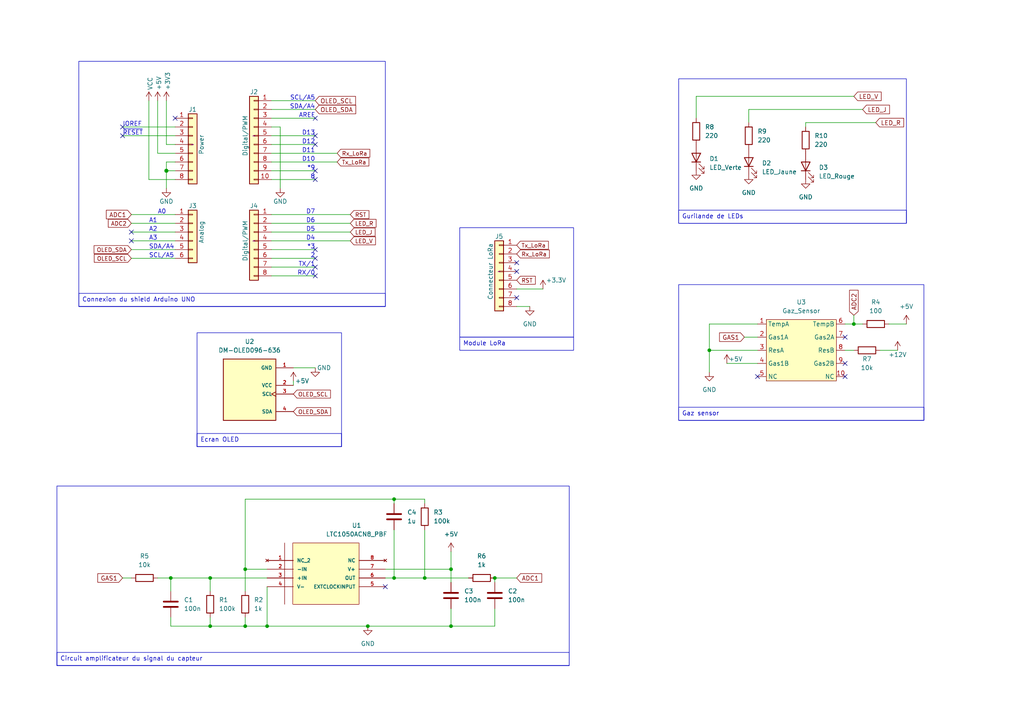
<source format=kicad_sch>
(kicad_sch (version 20230121) (generator eeschema)
  (paper "A4")
  (title_block (date "mar. 31 mars 2015"))
  (lib_symbols
    (symbol "Conn_01x08_1" (pin_names (offset 1.016) hide)
      (property "Reference" "J1" (at 0 10.16 0))
      (property "Value" "Power" (at 2.54 0 90))
      (property "Datasheet" "~" (at 0 0 0))
      (symbol "Conn_01x08_1_1_1"
        (rectangle (start -1.27 -10.033) (end 0 -10.287) (stroke (width 0.1524)))
        (rectangle (start -1.27 -7.493) (end 0 -7.747) (stroke (width 0.1524)))
        (rectangle (start -1.27 -4.953) (end 0 -5.207) (stroke (width 0.1524)))
        (rectangle (start -1.27 -2.413) (end 0 -2.667) (stroke (width 0.1524)))
        (rectangle (start -1.27 0.127) (end 0 -0.127) (stroke (width 0.1524)))
        (rectangle (start -1.27 2.667) (end 0 2.413) (stroke (width 0.1524)))
        (rectangle (start -1.27 5.207) (end 0 4.953) (stroke (width 0.1524)))
        (rectangle (start -1.27 7.747) (end 0 7.493) (stroke (width 0.1524)))
        (rectangle (start -1.27 8.89) (end 1.27 -11.43) (stroke (width 0.254)) (fill (type background)))
        (pin passive line (at -5.08 7.62 0) (length 3.81) (name "Pin_1") (number "1"))
        (pin passive line (at -5.08 5.08 0) (length 3.81) (name "Pin_2") (number "2"))
        (pin passive line (at -5.08 2.54 0) (length 3.81) (name "Pin_3") (number "3"))
        (pin power_out line (at -5.08 0 0) (length 3.81) (name "Pin_4") (number "4"))
        (pin power_out line (at -5.08 -2.54 0) (length 3.81) (name "Pin_5") (number "5"))
        (pin passive line (at -5.08 -5.08 0) (length 3.81) (name "Pin_6") (number "6"))
        (pin passive line (at -5.08 -7.62 0) (length 3.81) (name "Pin_7") (number "7"))
        (pin power_out line (at -5.08 -10.16 0) (length 3.81) (name "Pin_8") (number "8"))
      )
    )
    (symbol "Conn_01x08_2" (pin_names (offset 1.016) hide)
      (property "Reference" "J5" (at 0 10.16 0))
      (property "Value" "Connecteur LoRa" (at 2.54 0 90))
      (property "Datasheet" "~" (at 0 0 0))
      (symbol "Conn_01x08_2_1_1"
        (rectangle (start -1.27 -10.033) (end 0 -10.287) (stroke (width 0.1524)))
        (rectangle (start -1.27 -7.493) (end 0 -7.747) (stroke (width 0.1524)))
        (rectangle (start -1.27 -4.953) (end 0 -5.207) (stroke (width 0.1524)))
        (rectangle (start -1.27 -2.413) (end 0 -2.667) (stroke (width 0.1524)))
        (rectangle (start -1.27 0.127) (end 0 -0.127) (stroke (width 0.1524)))
        (rectangle (start -1.27 2.667) (end 0 2.413) (stroke (width 0.1524)))
        (rectangle (start -1.27 5.207) (end 0 4.953) (stroke (width 0.1524)))
        (rectangle (start -1.27 7.747) (end 0 7.493) (stroke (width 0.1524)))
        (rectangle (start -1.27 8.89) (end 1.27 -11.43) (stroke (width 0.254)) (fill (type background)))
        (pin passive line (at -5.08 7.62 0) (length 3.81) (name "Pin_1") (number "1"))
        (pin passive line (at -5.08 5.08 0) (length 3.81) (name "Pin_2") (number "2"))
        (pin passive line (at -5.08 2.54 0) (length 3.81) (name "Pin_3") (number "3"))
        (pin passive line (at -5.08 0 0) (length 3.81) (name "Pin_4") (number "4"))
        (pin passive line (at -5.08 -2.54 0) (length 3.81) (name "Pin_5") (number "5"))
        (pin power_out line (at -5.08 -5.08 0) (length 3.81) (name "Pin_6") (number "6"))
        (pin passive line (at -5.08 -7.62 0) (length 3.81) (name "Pin_7") (number "7"))
        (pin passive line (at -5.08 -10.16 0) (length 3.81) (name "Pin_8") (number "8"))
      )
    )
    (symbol "Connector_Generic:Conn_01x06" (pin_names (offset 1.016) hide)
      (property "Reference" "J" (at 0 7.62 0))
      (property "Value" "Conn_01x06" (at 0 -10.16 0))
      (symbol "Conn_01x06_1_1"
        (rectangle (start -1.27 -7.493) (end 0 -7.747) (stroke (width 0.1524)))
        (rectangle (start -1.27 -4.953) (end 0 -5.207) (stroke (width 0.1524)))
        (rectangle (start -1.27 -2.413) (end 0 -2.667) (stroke (width 0.1524)))
        (rectangle (start -1.27 0.127) (end 0 -0.127) (stroke (width 0.1524)))
        (rectangle (start -1.27 2.667) (end 0 2.413) (stroke (width 0.1524)))
        (rectangle (start -1.27 5.207) (end 0 4.953) (stroke (width 0.1524)))
        (rectangle (start -1.27 6.35) (end 1.27 -8.89) (stroke (width 0.254)) (fill (type background)))
        (pin passive line (at -5.08 5.08 0) (length 3.81) (name "Pin_1") (number "1"))
        (pin passive line (at -5.08 2.54 0) (length 3.81) (name "Pin_2") (number "2"))
        (pin passive line (at -5.08 0 0) (length 3.81) (name "Pin_3") (number "3"))
        (pin passive line (at -5.08 -2.54 0) (length 3.81) (name "Pin_4") (number "4"))
        (pin passive line (at -5.08 -5.08 0) (length 3.81) (name "Pin_5") (number "5"))
        (pin passive line (at -5.08 -7.62 0) (length 3.81) (name "Pin_6") (number "6"))
      )
    )
    (symbol "Connector_Generic:Conn_01x08" (pin_names (offset 1.016) hide)
      (property "Reference" "J" (at 0 10.16 0))
      (property "Value" "Conn_01x08" (at 0 -12.7 0))
      (symbol "Conn_01x08_1_1"
        (rectangle (start -1.27 -10.033) (end 0 -10.287) (stroke (width 0.1524)))
        (rectangle (start -1.27 -7.493) (end 0 -7.747) (stroke (width 0.1524)))
        (rectangle (start -1.27 -4.953) (end 0 -5.207) (stroke (width 0.1524)))
        (rectangle (start -1.27 -2.413) (end 0 -2.667) (stroke (width 0.1524)))
        (rectangle (start -1.27 0.127) (end 0 -0.127) (stroke (width 0.1524)))
        (rectangle (start -1.27 2.667) (end 0 2.413) (stroke (width 0.1524)))
        (rectangle (start -1.27 5.207) (end 0 4.953) (stroke (width 0.1524)))
        (rectangle (start -1.27 7.747) (end 0 7.493) (stroke (width 0.1524)))
        (rectangle (start -1.27 8.89) (end 1.27 -11.43) (stroke (width 0.254)) (fill (type background)))
        (pin passive line (at -5.08 7.62 0) (length 3.81) (name "Pin_1") (number "1"))
        (pin passive line (at -5.08 5.08 0) (length 3.81) (name "Pin_2") (number "2"))
        (pin passive line (at -5.08 2.54 0) (length 3.81) (name "Pin_3") (number "3"))
        (pin passive line (at -5.08 0 0) (length 3.81) (name "Pin_4") (number "4"))
        (pin passive line (at -5.08 -2.54 0) (length 3.81) (name "Pin_5") (number "5"))
        (pin passive line (at -5.08 -5.08 0) (length 3.81) (name "Pin_6") (number "6"))
        (pin passive line (at -5.08 -7.62 0) (length 3.81) (name "Pin_7") (number "7"))
        (pin passive line (at -5.08 -10.16 0) (length 3.81) (name "Pin_8") (number "8"))
      )
    )
    (symbol "Connector_Generic:Conn_01x10" (pin_names (offset 1.016) hide)
      (property "Reference" "J" (at 0 12.7 0))
      (property "Value" "Conn_01x10" (at 0 -15.24 0))
      (symbol "Conn_01x10_1_1"
        (rectangle (start -1.27 -12.573) (end 0 -12.827) (stroke (width 0.1524)))
        (rectangle (start -1.27 -10.033) (end 0 -10.287) (stroke (width 0.1524)))
        (rectangle (start -1.27 -7.493) (end 0 -7.747) (stroke (width 0.1524)))
        (rectangle (start -1.27 -4.953) (end 0 -5.207) (stroke (width 0.1524)))
        (rectangle (start -1.27 -2.413) (end 0 -2.667) (stroke (width 0.1524)))
        (rectangle (start -1.27 0.127) (end 0 -0.127) (stroke (width 0.1524)))
        (rectangle (start -1.27 2.667) (end 0 2.413) (stroke (width 0.1524)))
        (rectangle (start -1.27 5.207) (end 0 4.953) (stroke (width 0.1524)))
        (rectangle (start -1.27 7.747) (end 0 7.493) (stroke (width 0.1524)))
        (rectangle (start -1.27 10.287) (end 0 10.033) (stroke (width 0.1524)))
        (rectangle (start -1.27 11.43) (end 1.27 -13.97) (stroke (width 0.254)) (fill (type background)))
        (pin passive line (at -5.08 10.16 0) (length 3.81) (name "Pin_1") (number "1"))
        (pin passive line (at -5.08 -12.7 0) (length 3.81) (name "Pin_10") (number "10"))
        (pin passive line (at -5.08 7.62 0) (length 3.81) (name "Pin_2") (number "2"))
        (pin passive line (at -5.08 5.08 0) (length 3.81) (name "Pin_3") (number "3"))
        (pin passive line (at -5.08 2.54 0) (length 3.81) (name "Pin_4") (number "4"))
        (pin passive line (at -5.08 0 0) (length 3.81) (name "Pin_5") (number "5"))
        (pin passive line (at -5.08 -2.54 0) (length 3.81) (name "Pin_6") (number "6"))
        (pin passive line (at -5.08 -5.08 0) (length 3.81) (name "Pin_7") (number "7"))
        (pin passive line (at -5.08 -7.62 0) (length 3.81) (name "Pin_8") (number "8"))
        (pin passive line (at -5.08 -10.16 0) (length 3.81) (name "Pin_9") (number "9"))
      )
    )
    (symbol "DM-OLED096-636:DM-OLED096-636" (pin_names (offset 1.016))
      (property "Reference" "U2" (at 0 15.24 0))
      (property "Value" "DM-OLED096-636" (at 0 12.7 0))
      (symbol "DM-OLED096-636_0_0"
        (rectangle (start -7.62 -7.62) (end 7.62 10.16) (stroke (width 0.254)) (fill (type background)))
      )
      (symbol "DM-OLED096-636_1_0"
        (pin power_out line (at 12.7 7.62 180) (length 5.08) (name "GND") (number "1"))
        (pin power_in line (at 12.7 2.54 180) (length 5.08) (name "VCC") (number "2"))
        (pin input clock (at 12.7 0 180) (length 5.08) (name "SCL") (number "3"))
        (pin bidirectional line (at 12.7 -5.08 180) (length 5.08) (name "SDA") (number "4"))
      )
    )
    (symbol "Device:C" (pin_numbers hide) (pin_names (offset 0.254))
      (property "Reference" "C" (at 0.635 2.54 0))
      (property "Value" "C" (at 0.635 -2.54 0))
      (symbol "C_0_1"
        (polyline (pts (xy -2.032 -0.762) (xy 2.032 -0.762)) (stroke (width 0.508)))
        (polyline (pts (xy -2.032 0.762) (xy 2.032 0.762)) (stroke (width 0.508)))
      )
      (symbol "C_1_1"
        (pin passive line (at 0 3.81 270) (length 2.794) (name "~") (number "1"))
        (pin passive line (at 0 -3.81 90) (length 2.794) (name "~") (number "2"))
      )
    )
    (symbol "Device:LED" (pin_numbers hide) (pin_names (offset 1.016) hide)
      (property "Reference" "D" (at 0 2.54 0))
      (property "Value" "LED" (at 0 -2.54 0))
      (symbol "LED_0_1"
        (polyline (pts (xy -1.27 -1.27) (xy -1.27 1.27)) (stroke (width 0.254)))
        (polyline (pts (xy -1.27 0) (xy 1.27 0)))
        (polyline (pts (xy 1.27 -1.27) (xy 1.27 1.27) (xy -1.27 0) (xy 1.27 -1.27)) (stroke (width 0.254)))
        (polyline (pts (xy -3.048 -0.762) (xy -4.572 -2.286) (xy -3.81 -2.286) (xy -4.572 -2.286) (xy -4.572 -1.524)))
        (polyline (pts (xy -1.778 -0.762) (xy -3.302 -2.286) (xy -2.54 -2.286) (xy -3.302 -2.286) (xy -3.302 -1.524)))
      )
      (symbol "LED_1_1"
        (pin passive line (at -3.81 0 0) (length 2.54) (name "K") (number "1"))
        (pin passive line (at 3.81 0 180) (length 2.54) (name "A") (number "2"))
      )
    )
    (symbol "Device:R" (pin_numbers hide) (pin_names (offset 0))
      (property "Reference" "R" (at 2.032 0 90))
      (property "Value" "R" (at 0 0 90))
      (symbol "R_0_1"
        (rectangle (start -1.016 -2.54) (end 1.016 2.54) (stroke (width 0.254)))
      )
      (symbol "R_1_1"
        (pin passive line (at 0 3.81 270) (length 1.27) (name "~") (number "1"))
        (pin passive line (at 0 -3.81 90) (length 1.27) (name "~") (number "2"))
      )
    )
    (symbol "LTC1050ACN8_PBF:LTC1050ACN8_PBF" (pin_names (offset 1.016))
      (property "Reference" "U1" (at 29.7688 10.16 0))
      (property "Value" "LTC1050ACN8_PBF" (at 29.7688 7.62 0))
      (symbol "LTC1050ACN8_PBF_0_0"
        (polyline (pts (xy 8.89 5.08) (xy 8.89 -12.7)) (stroke (width 0.1524)))
        (rectangle (start 11.2776 5.08) (end 30.48 -12.7) (stroke (width 0.1524)) (fill (type background)))
        (pin no_connect line (at 3.81 0 0) (length 7.62) (name "NC_2") (number "1"))
        (pin input line (at 3.81 -2.54 0) (length 7.62) (name "-IN") (number "2"))
        (pin input line (at 3.81 -5.08 0) (length 7.62) (name "+IN") (number "3"))
        (pin power_in line (at 3.81 -7.62 0) (length 7.62) (name "V-") (number "4"))
        (pin input line (at 38.1 -7.62 180) (length 7.62) (name "EXTCLOCKINPUT") (number "5"))
        (pin output line (at 38.1 -5.08 180) (length 7.62) (name "OUT") (number "6"))
        (pin power_in line (at 38.1 -2.54 180) (length 7.62) (name "V+") (number "7"))
        (pin no_connect line (at 38.1 0 180) (length 7.62) (name "NC") (number "8"))
      )
    )
    (symbol "power:+12V" (power) (pin_names (offset 0))
      (property "Value" "+12V" (at 0 3.556 0))
      (symbol "+12V_0_1"
        (polyline (pts (xy -0.762 1.27) (xy 0 2.54)))
        (polyline (pts (xy 0 0) (xy 0 2.54)))
        (polyline (pts (xy 0 2.54) (xy 0.762 1.27)))
      )
      (symbol "+12V_1_1"
        (pin power_in line (at 0 0 90) (length 0) hide (name "+12V") (number "1"))
      )
    )
    (symbol "power:+3.3V" (power) (pin_names (offset 0))
      (property "Value" "+3.3V" (at 0 3.556 0))
      (symbol "+3.3V_0_1"
        (polyline (pts (xy -0.762 1.27) (xy 0 2.54)))
        (polyline (pts (xy 0 0) (xy 0 2.54)))
        (polyline (pts (xy 0 2.54) (xy 0.762 1.27)))
      )
      (symbol "+3.3V_1_1"
        (pin power_in line (at 0 0 90) (length 0) hide (name "+3.3V") (number "1"))
      )
    )
    (symbol "power:+3V3" (power) (pin_names (offset 0))
      (property "Value" "+3V3" (at 0 3.556 0))
      (symbol "+3V3_0_1"
        (polyline (pts (xy -0.762 1.27) (xy 0 2.54)))
        (polyline (pts (xy 0 0) (xy 0 2.54)))
        (polyline (pts (xy 0 2.54) (xy 0.762 1.27)))
      )
      (symbol "+3V3_1_1"
        (pin power_in line (at 0 0 90) (length 0) hide (name "+3V3") (number "1"))
      )
    )
    (symbol "power:+5V" (power) (pin_names (offset 0))
      (property "Value" "+5V" (at 0 3.556 0))
      (symbol "+5V_0_1"
        (polyline (pts (xy -0.762 1.27) (xy 0 2.54)))
        (polyline (pts (xy 0 0) (xy 0 2.54)))
        (polyline (pts (xy 0 2.54) (xy 0.762 1.27)))
      )
      (symbol "+5V_1_1"
        (pin power_in line (at 0 0 90) (length 0) hide (name "+5V") (number "1"))
      )
    )
    (symbol "power:GND" (power) (pin_names (offset 0))
      (property "Value" "GND" (at 0 -3.81 0))
      (symbol "GND_0_1"
        (polyline (pts (xy 0 0) (xy 0 -1.27) (xy 1.27 -1.27) (xy 0 -2.54) (xy -1.27 -1.27) (xy 0 -1.27)))
      )
      (symbol "GND_1_1"
        (pin power_in line (at 0 0 270) (length 0) hide (name "GND") (number "1"))
      )
    )
    (symbol "power:VCC" (power) (pin_names (offset 0))
      (property "Value" "VCC" (at 0 3.81 0))
      (symbol "VCC_0_1"
        (polyline (pts (xy -0.762 1.27) (xy 0 2.54)))
        (polyline (pts (xy 0 0) (xy 0 2.54)))
        (polyline (pts (xy 0 2.54) (xy 0.762 1.27)))
      )
      (symbol "VCC_1_1"
        (pin power_in line (at 0 0 90) (length 0) hide (name "VCC") (number "1"))
      )
    )
    (symbol "sensor_sym:Gaz_Sensor"
      (property "Reference" "U3" (at 3.81 3.81 0))
      (property "Value" "Gaz_Sensor" (at 3.81 1.27 0))
      (symbol "Gaz_Sensor_1_1"
        (rectangle (start -6.35 -1.27) (end 13.97 -19.05) (fill (type background)))
        (pin passive line (at -8.89 -2.54 0) (length 2.54) (name "TempA") (number "1"))
        (pin passive line (at 16.51 -17.78 180) (length 2.54) (name "NC") (number "10"))
        (pin passive line (at -8.89 -6.35 0) (length 2.54) (name "Gas1A") (number "2"))
        (pin passive line (at -8.89 -10.16 0) (length 2.54) (name "ResA") (number "3"))
        (pin power_in line (at -8.89 -13.97 0) (length 2.54) (name "Gas1B") (number "4"))
        (pin passive line (at -8.89 -17.78 0) (length 2.54) (name "NC") (number "5"))
        (pin passive line (at 16.51 -2.54 180) (length 2.54) (name "TempB") (number "6"))
        (pin passive line (at 16.51 -6.35 180) (length 2.54) (name "Gas2A") (number "7"))
        (pin power_out line (at 16.51 -10.16 180) (length 2.54) (name "ResB") (number "8"))
        (pin passive line (at 16.51 -13.97 180) (length 2.54) (name "Gas2B") (number "9"))
      )
    )
  )
  (junction (at 114.3 167.64))
  (junction (at 77.47 181.61))
  (junction (at 49.53 167.64))
  (junction (at 247.65 93.98))
  (junction (at 123.19 167.64))
  (junction (at 48.26 49.53) (diameter 1.016))
  (junction (at 71.12 165.1))
  (junction (at 60.96 167.64))
  (junction (at 60.96 181.61))
  (junction (at 106.68 181.61))
  (junction (at 205.74 101.6))
  (junction (at 130.81 165.1))
  (junction (at 71.12 181.61))
  (junction (at 143.51 167.64))
  (junction (at 114.3 144.78))
  (junction (at 130.81 181.61))
  (no_connect (at 91.44 34.29))
  (no_connect (at 38.1 67.31))
  (no_connect (at 149.86 86.36))
  (no_connect (at 91.44 80.01))
  (no_connect (at 35.56 36.83))
  (no_connect (at 245.11 105.41))
  (no_connect (at 219.71 109.22))
  (no_connect (at 91.44 72.39))
  (no_connect (at 91.44 49.53))
  (no_connect (at 35.56 39.37))
  (no_connect (at 149.86 78.74))
  (no_connect (at 245.11 109.22))
  (no_connect (at 149.86 76.2))
  (no_connect (at 38.1 69.85))
  (no_connect (at 245.11 97.79))
  (no_connect (at 111.76 170.18))
  (no_connect (at 91.44 52.07))
  (no_connect (at 91.44 41.91))
  (no_connect (at 91.44 39.37))
  (no_connect (at 50.8 34.29))
  (no_connect (at 91.44 74.93))
  (no_connect (at 91.44 77.47))
  (wire (pts (xy 78.74 80.01) (xy 91.44 80.01)))
  (wire (pts (xy 215.9 97.79) (xy 219.71 97.79)))
  (wire (pts (xy 78.74 46.99) (xy 97.79 46.99)))
  (wire (pts (xy 123.19 167.64) (xy 135.89 167.64)))
  (wire (pts (xy 111.76 165.1) (xy 130.81 165.1)))
  (wire (pts (xy 143.51 167.64) (xy 143.51 168.91)))
  (wire (pts (xy 78.74 29.21) (xy 91.44 29.21)))
  (wire (pts (xy 233.68 35.56) (xy 254 35.56)))
  (wire (pts (xy 71.12 179.07) (xy 71.12 181.61)))
  (wire (pts (xy 48.26 46.99) (xy 48.26 49.53)))
  (wire (pts (xy 123.19 146.05) (xy 123.19 144.78)))
  (wire (pts (xy 38.1 74.93) (xy 50.8 74.93)))
  (wire (pts (xy 255.27 101.6) (xy 260.35 101.6)))
  (wire (pts (xy 60.96 179.07) (xy 60.96 181.61)))
  (wire (pts (xy 143.51 176.53) (xy 143.51 181.61)))
  (wire (pts (xy 49.53 179.07) (xy 49.53 181.61)))
  (wire (pts (xy 233.68 36.83) (xy 233.68 35.56)))
  (wire (pts (xy 257.81 93.98) (xy 262.89 93.98)))
  (wire (pts (xy 48.26 49.53) (xy 48.26 54.61)))
  (wire (pts (xy 48.26 41.91) (xy 50.8 41.91)))
  (wire (pts (xy 45.72 44.45) (xy 50.8 44.45)))
  (wire (pts (xy 247.65 93.98) (xy 250.19 93.98)))
  (wire (pts (xy 49.53 167.64) (xy 49.53 171.45)))
  (wire (pts (xy 45.72 29.21) (xy 45.72 44.45)))
  (wire (pts (xy 143.51 167.64) (xy 149.86 167.64)))
  (wire (pts (xy 78.74 39.37) (xy 91.44 39.37)))
  (wire (pts (xy 48.26 29.21) (xy 48.26 41.91)))
  (wire (pts (xy 78.74 62.23) (xy 101.6 62.23)))
  (wire (pts (xy 77.47 181.61) (xy 106.68 181.61)))
  (wire (pts (xy 71.12 171.45) (xy 71.12 165.1)))
  (wire (pts (xy 38.1 62.23) (xy 50.8 62.23)))
  (wire (pts (xy 130.81 160.02) (xy 130.81 165.1)))
  (wire (pts (xy 78.74 41.91) (xy 91.44 41.91)))
  (wire (pts (xy 78.74 64.77) (xy 101.6 64.77)))
  (wire (pts (xy 85.09 110.49) (xy 85.09 111.76)))
  (wire (pts (xy 247.65 91.44) (xy 247.65 93.98)))
  (wire (pts (xy 219.71 93.98) (xy 205.74 93.98)))
  (wire (pts (xy 201.93 34.29) (xy 201.93 27.94)))
  (wire (pts (xy 217.17 31.75) (xy 250.19 31.75)))
  (wire (pts (xy 78.74 49.53) (xy 91.44 49.53)))
  (wire (pts (xy 143.51 181.61) (xy 130.81 181.61)))
  (wire (pts (xy 77.47 170.18) (xy 77.47 181.61)))
  (wire (pts (xy 78.74 69.85) (xy 101.6 69.85)))
  (wire (pts (xy 149.86 88.9) (xy 153.67 88.9)))
  (wire (pts (xy 111.76 167.64) (xy 114.3 167.64)))
  (wire (pts (xy 35.56 36.83) (xy 50.8 36.83)))
  (wire (pts (xy 106.68 181.61) (xy 130.81 181.61)))
  (wire (pts (xy 60.96 167.64) (xy 60.96 171.45)))
  (wire (pts (xy 71.12 181.61) (xy 77.47 181.61)))
  (wire (pts (xy 78.74 44.45) (xy 97.79 44.45)))
  (wire (pts (xy 245.11 93.98) (xy 247.65 93.98)))
  (wire (pts (xy 123.19 153.67) (xy 123.19 167.64)))
  (wire (pts (xy 81.28 36.83) (xy 81.28 54.61)))
  (wire (pts (xy 78.74 34.29) (xy 91.44 34.29)))
  (wire (pts (xy 114.3 144.78) (xy 71.12 144.78)))
  (wire (pts (xy 50.8 67.31) (xy 38.1 67.31)))
  (wire (pts (xy 35.56 39.37) (xy 50.8 39.37)))
  (wire (pts (xy 71.12 144.78) (xy 71.12 165.1)))
  (wire (pts (xy 130.81 165.1) (xy 130.81 168.91)))
  (wire (pts (xy 50.8 49.53) (xy 48.26 49.53)))
  (wire (pts (xy 71.12 165.1) (xy 77.47 165.1)))
  (wire (pts (xy 50.8 52.07) (xy 43.18 52.07)))
  (wire (pts (xy 38.1 64.77) (xy 50.8 64.77)))
  (wire (pts (xy 149.86 83.82) (xy 157.48 83.82)))
  (wire (pts (xy 114.3 144.78) (xy 123.19 144.78)))
  (wire (pts (xy 245.11 101.6) (xy 247.65 101.6)))
  (wire (pts (xy 78.74 36.83) (xy 81.28 36.83)))
  (wire (pts (xy 114.3 146.05) (xy 114.3 144.78)))
  (wire (pts (xy 85.09 106.68) (xy 91.44 106.68)))
  (wire (pts (xy 50.8 46.99) (xy 48.26 46.99)))
  (wire (pts (xy 130.81 176.53) (xy 130.81 181.61)))
  (wire (pts (xy 205.74 93.98) (xy 205.74 101.6)))
  (wire (pts (xy 78.74 67.31) (xy 101.6 67.31)))
  (wire (pts (xy 38.1 69.85) (xy 50.8 69.85)))
  (wire (pts (xy 60.96 167.64) (xy 77.47 167.64)))
  (wire (pts (xy 49.53 167.64) (xy 60.96 167.64)))
  (wire (pts (xy 114.3 153.67) (xy 114.3 167.64)))
  (wire (pts (xy 205.74 101.6) (xy 205.74 107.95)))
  (wire (pts (xy 210.82 105.41) (xy 219.71 105.41)))
  (wire (pts (xy 205.74 101.6) (xy 219.71 101.6)))
  (wire (pts (xy 78.74 31.75) (xy 91.44 31.75)))
  (wire (pts (xy 78.74 74.93) (xy 91.44 74.93)))
  (wire (pts (xy 217.17 35.56) (xy 217.17 31.75)))
  (wire (pts (xy 201.93 27.94) (xy 247.65 27.94)))
  (wire (pts (xy 78.74 72.39) (xy 91.44 72.39)))
  (wire (pts (xy 60.96 181.61) (xy 71.12 181.61)))
  (wire (pts (xy 45.72 167.64) (xy 49.53 167.64)))
  (wire (pts (xy 78.74 77.47) (xy 91.44 77.47)))
  (wire (pts (xy 114.3 167.64) (xy 123.19 167.64)))
  (wire (pts (xy 35.56 167.64) (xy 38.1 167.64)))
  (wire (pts (xy 43.18 52.07) (xy 43.18 29.21)))
  (wire (pts (xy 50.8 72.39) (xy 38.1 72.39)))
  (wire (pts (xy 78.74 52.07) (xy 91.44 52.07)))
  (wire (pts (xy 49.53 181.61) (xy 60.96 181.61)))
  (rectangle (start 196.85 82.55) (end 267.97 121.92))
  (rectangle (start 16.51 140.97) (end 165.1 193.04))
  (rectangle (start 196.85 22.86) (end 262.89 64.77))
  (rectangle (start 57.15 96.52) (end 99.06 129.54))
  (rectangle (start 133.35 66.04) (end 166.37 97.79))
  (rectangle (start 22.86 17.78) (end 111.76 88.9))
  (text_box "Gaz sensor" (at 196.85 118.11 0) (size 71.12 3.81) (effects (font (size 1.27 1.27)) (justify left top)))
  (text_box "Gurilande de LEDs\n" (at 196.85 60.96 0) (size 66.04 3.81) (effects (font (size 1.27 1.27)) (justify left top)))
  (text_box "Connexion du shield Arduino UNO" (at 22.86 85.09 0) (size 88.9 3.81) (effects (font (size 1.27 1.27)) (justify left top)))
  (text_box "Module LoRa\n" (at 133.35 97.79 0) (size 33.02 3.81) (effects (font (size 1.27 1.27)) (justify left top)))
  (text_box "Circuit amplificateur du signal du capteur" (at 16.51 189.23 0) (size 148.59 3.81) (effects (font (size 1.27 1.27)) (justify left top)))
  (text_box "Ecran OLED" (at 57.15 125.73 0) (size 41.91 3.81) (effects (font (size 1.27 1.27)) (justify left top)))
  (text "8" (at 91.44 52.07 0) (effects (font (size 1.27 1.27)) (justify right bottom)))
  (text "D5" (at 91.44 67.31 0) (effects (font (size 1.27 1.27)) (justify right bottom)))
  (text "AREF" (at 91.44 34.29 0) (effects (font (size 1.27 1.27)) (justify right bottom)))
  (text "SCL/A5" (at 91.44 29.21 0) (effects (font (size 1.27 1.27)) (justify right bottom)))
  (text "TX/1" (at 91.44 77.47 0) (effects (font (size 1.27 1.27)) (justify right bottom)))
  (text "D7\n" (at 91.44 62.23 0) (effects (font (size 1.27 1.27)) (justify right bottom)))
  (text "A2" (at 43.18 67.31 0) (effects (font (size 1.27 1.27)) (justify left bottom)))
  (text "A3" (at 43.18 69.85 0) (effects (font (size 1.27 1.27)) (justify left bottom)))
  (text "*9" (at 91.44 49.53 0) (effects (font (size 1.27 1.27)) (justify right bottom)))
  (text "D13" (at 91.44 39.37 0) (effects (font (size 1.27 1.27)) (justify right bottom)))
  (text "~{RESET}" (at 35.56 39.37 0) (effects (font (size 1.27 1.27)) (justify left bottom)))
  (text "D12" (at 91.44 41.91 0) (effects (font (size 1.27 1.27)) (justify right bottom)))
  (text "SCL/A5" (at 43.18 74.93 0) (effects (font (size 1.27 1.27)) (justify left bottom)))
  (text "D10" (at 91.44 46.99 0) (effects (font (size 1.27 1.27)) (justify right bottom)))
  (text "A0" (at 45.72 62.23 0) (effects (font (size 1.27 1.27)) (justify left bottom)))
  (text "SDA/A4" (at 43.18 72.39 0) (effects (font (size 1.27 1.27)) (justify left bottom)))
  (text "RX/0" (at 91.44 80.01 0) (effects (font (size 1.27 1.27)) (justify right bottom)))
  (text "IOREF" (at 35.56 36.83 0) (effects (font (size 1.27 1.27)) (justify left bottom)))
  (text "D4" (at 91.44 69.85 0) (effects (font (size 1.27 1.27)) (justify right bottom)))
  (text "A1" (at 43.18 64.77 0) (effects (font (size 1.27 1.27)) (justify left bottom)))
  (text "2" (at 91.44 74.93 0) (effects (font (size 1.27 1.27)) (justify right bottom)))
  (text "SDA/A4" (at 91.44 31.75 0) (effects (font (size 1.27 1.27)) (justify right bottom)))
  (text "*3" (at 91.44 72.39 0) (effects (font (size 1.27 1.27)) (justify right bottom)))
  (text "D6" (at 91.44 64.77 0) (effects (font (size 1.27 1.27)) (justify right bottom)))
  (text "D11" (at 91.44 44.45 0) (effects (font (size 1.27 1.27)) (justify right bottom)))
  (global_label "RST" (shape input) (at 101.6 62.23 0) (effects (font (size 1.17 1.17))) (property "Intersheetrefs" "${INTERSHEET_REFS}" (effects hide)))
  (global_label "OLED_SCL" (shape input) (at 85.09 114.3 0) (effects (font (size 1.17 1.17))) (property "Intersheetrefs" "${INTERSHEET_REFS}" (effects hide)))
  (global_label "Rx_LoRa" (shape input) (at 97.79 44.45 0) (effects (font (size 1.17 1.17))) (property "Intersheetrefs" "${INTERSHEET_REFS}" (effects hide)))
  (global_label "ADC1" (shape input) (at 149.86 167.64 0) (property "Intersheetrefs" "${INTERSHEET_REFS}" (effects hide)))
  (global_label "LED_J" (shape input) (at 250.19 31.75 0) (property "Intersheetrefs" "${INTERSHEET_REFS}" (effects hide)))
  (global_label "OLED_SDA" (shape input) (at 38.1 72.39 180) (effects (font (size 1.17 1.17))) (property "Intersheetrefs" "${INTERSHEET_REFS}" (effects hide)))
  (global_label "ADC2" (shape input) (at 247.65 91.44 90) (property "Intersheetrefs" "${INTERSHEET_REFS}" (effects hide)))
  (global_label "OLED_SCL" (shape input) (at 91.44 29.21 0) (property "Intersheetrefs" "${INTERSHEET_REFS}" (effects hide)))
  (global_label "Tx_LoRa" (shape input) (at 97.79 46.99 0) (effects (font (size 1.17 1.17))) (property "Intersheetrefs" "${INTERSHEET_REFS}" (effects hide)))
  (global_label "ADC1" (shape input) (at 38.1 62.23 180) (property "Intersheetrefs" "${INTERSHEET_REFS}" (effects hide)))
  (global_label "LED_V" (shape input) (at 101.6 69.85 0) (effects (font (size 1.17 1.17))) (property "Intersheetrefs" "${INTERSHEET_REFS}" (effects hide)))
  (global_label "RST" (shape input) (at 149.86 81.28 0) (effects (font (size 1.17 1.17))) (property "Intersheetrefs" "${INTERSHEET_REFS}" (effects hide)))
  (global_label "ADC2" (shape input) (at 38.1 64.77 180) (effects (font (size 1.17 1.17))) (property "Intersheetrefs" "${INTERSHEET_REFS}" (effects hide)))
  (global_label "LED_J" (shape input) (at 101.6 67.31 0) (effects (font (size 1.17 1.17))) (property "Intersheetrefs" "${INTERSHEET_REFS}" (effects hide)))
  (global_label "GAS1" (shape input) (at 215.9 97.79 180) (property "Intersheetrefs" "${INTERSHEET_REFS}" (effects hide)))
  (global_label "Rx_LoRa" (shape input) (at 149.86 73.66 0) (effects (font (size 1.17 1.17))) (property "Intersheetrefs" "${INTERSHEET_REFS}" (effects hide)))
  (global_label "OLED_SDA" (shape input) (at 91.44 31.75 0) (property "Intersheetrefs" "${INTERSHEET_REFS}" (effects hide)))
  (global_label "LED_V" (shape input) (at 247.65 27.94 0) (property "Intersheetrefs" "${INTERSHEET_REFS}" (effects hide)))
  (global_label "GAS1" (shape input) (at 35.56 167.64 180) (property "Intersheetrefs" "${INTERSHEET_REFS}" (effects hide)))
  (global_label "Tx_LoRa" (shape input) (at 149.86 71.12 0) (effects (font (size 1.17 1.17))) (property "Intersheetrefs" "${INTERSHEET_REFS}" (effects hide)))
  (global_label "OLED_SCL" (shape input) (at 38.1 74.93 180) (effects (font (size 1.17 1.17))) (property "Intersheetrefs" "${INTERSHEET_REFS}" (effects hide)))
  (global_label "OLED_SDA" (shape input) (at 85.09 119.38 0) (effects (font (size 1.17 1.17))) (property "Intersheetrefs" "${INTERSHEET_REFS}" (effects hide)))
  (global_label "LED_R" (shape input) (at 101.6 64.77 0) (effects (font (size 1.17 1.17))) (property "Intersheetrefs" "${INTERSHEET_REFS}" (effects hide)))
  (global_label "LED_R" (shape input) (at 254 35.56 0) (property "Intersheetrefs" "${INTERSHEET_REFS}" (effects hide)))
  (symbol (lib_name "Conn_01x08_1") (lib_id "Connector_Generic:Conn_01x08") (at 55.88 41.91 0) (unit 1)
    (property "Reference" "J1" (at 55.88 31.75 0))
    (property "Value" "Power" (at 58.42 41.91 90))
    (property "Footprint" "Connector_PinSocket_2.54mm:PinSocket_1x08_P2.54mm_Vertical" (effects hide))
    (property "Datasheet" "~" (at 55.88 41.91 0))
  )
  (symbol (lib_id "power:+3V3") (at 48.26 29.21 0) (unit 1)
    (property "Reference" "#PWR03" (effects hide))
    (property "Value" "+3.3V" (at 48.641 26.162 90) (effects (justify left)))
  )
  (symbol (lib_id "power:+5V") (at 45.72 29.21 0) (unit 1)
    (property "Reference" "#PWR02" (effects hide))
    (property "Value" "+5V" (at 46.0756 26.162 90) (effects (justify left)))
  )
  (symbol (lib_id "power:GND") (at 48.26 54.61 0) (unit 1)
    (property "Reference" "#PWR04" (effects hide))
    (property "Value" "GND" (at 48.26 58.42 0))
  )
  (symbol (lib_id "Connector_Generic:Conn_01x10") (at 73.66 39.37 0) (mirror y) (unit 1)
    (property "Reference" "J2" (at 73.66 26.67 0))
    (property "Value" "Digital/PWM" (at 71.12 39.37 90))
    (property "Footprint" "Connector_PinSocket_2.54mm:PinSocket_1x10_P2.54mm_Vertical" (effects hide))
    (property "Datasheet" "~" (at 73.66 39.37 0))
  )
  (symbol (lib_id "power:GND") (at 81.28 54.61 0) (unit 1)
    (property "Reference" "#PWR05" (effects hide))
    (property "Value" "GND" (at 81.28 58.42 0))
  )
  (symbol (lib_id "Connector_Generic:Conn_01x06") (at 55.88 67.31 0) (unit 1)
    (property "Reference" "J3" (at 55.88 59.69 0))
    (property "Value" "Analog" (at 58.42 67.31 90))
    (property "Footprint" "Connector_PinSocket_2.54mm:PinSocket_1x06_P2.54mm_Vertical" (effects hide))
  )
  (symbol (lib_id "Connector_Generic:Conn_01x08") (at 73.66 69.85 0) (mirror y) (unit 1)
    (property "Reference" "J4" (at 73.66 59.69 0))
    (property "Value" "Digital/PWM" (at 71.12 69.85 90))
    (property "Footprint" "Connector_PinSocket_2.54mm:PinSocket_1x08_P2.54mm_Vertical" (effects hide))
    (property "Datasheet" "~" (at 73.66 69.85 0))
  )
  (symbol (lib_id "power:GND") (at 233.68 52.07 0) (unit 1)
    (property "Reference" "#PWR08" (effects hide))
    (property "Value" "GND" (at 233.68 57.15 0))
  )
  (symbol (lib_id "Device:R") (at 254 93.98 90) (unit 1)
    (property "Reference" "R4" (at 254 87.63 90))
    (property "Value" "100" (at 254 90.17 90))
    (property "Footprint" "Resistor_THT:R_Axial_DIN0207_L6.3mm_D2.5mm_P10.16mm_Horizontal" (effects hide))
  )
  (symbol (lib_id "Device:R") (at 123.19 149.86 0) (unit 1)
    (property "Reference" "R3" (at 125.73 148.59 0) (effects (justify left)))
    (property "Value" "100k" (at 125.73 151.13 0) (effects (justify left)))
    (property "Footprint" "Resistor_THT:R_Axial_DIN0207_L6.3mm_D2.5mm_P10.16mm_Horizontal" (effects hide))
  )
  (symbol (lib_id "power:+5V") (at 85.09 110.49 0) (unit 1)
    (property "Reference" "#PWR012" (effects hide))
    (property "Value" "+5V" (at 87.63 110.49 0))
  )
  (symbol (lib_id "power:+12V") (at 260.35 101.6 0) (unit 1)
    (property "Reference" "#PWR017" (effects hide))
    (property "Value" "+12V" (at 260.35 102.87 0))
  )
  (symbol (lib_id "Device:R") (at 41.91 167.64 270) (unit 1)
    (property "Reference" "R5" (at 41.91 161.29 90))
    (property "Value" "10k" (at 41.91 163.83 90))
    (property "Footprint" "Resistor_THT:R_Axial_DIN0207_L6.3mm_D2.5mm_P10.16mm_Horizontal" (effects hide))
  )
  (symbol (lib_id "Device:R") (at 251.46 101.6 90) (unit 1)
    (property "Reference" "R7" (at 251.46 104.14 90))
    (property "Value" "10k" (at 251.46 106.68 90))
    (property "Footprint" "Resistor_THT:R_Axial_DIN0207_L6.3mm_D2.5mm_P10.16mm_Horizontal" (effects hide))
  )
  (symbol (lib_id "power:GND") (at 153.67 88.9 0) (unit 1)
    (property "Reference" "#PWR014" (effects hide))
    (property "Value" "GND" (at 153.67 93.98 0))
  )
  (symbol (lib_id "power:GND") (at 91.44 106.68 0) (unit 1)
    (property "Reference" "#PWR011" (effects hide))
    (property "Value" "GND" (at 93.98 106.68 0))
  )
  (symbol (lib_name "Conn_01x08_2") (lib_id "Connector_Generic:Conn_01x08") (at 144.78 78.74 0) (mirror y) (unit 1)
    (property "Reference" "J5" (at 144.78 68.58 0))
    (property "Value" "Connecteur LoRa" (at 142.24 78.74 90))
    (property "Footprint" "Connector_PinSocket_2.54mm:PinSocket_1x08_P2.54mm_Vertical" (effects hide))
    (property "Datasheet" "~" (at 144.78 78.74 0))
  )
  (symbol (lib_id "Device:LED") (at 201.93 45.72 90) (unit 1)
    (property "Reference" "D1" (at 205.74 46.0375 90) (effects (justify right)))
    (property "Value" "LED_Verte" (at 205.74 48.5775 90) (effects (justify right)))
    (property "Footprint" "LED_THT:LED_D3.0mm" (effects hide))
  )
  (symbol (lib_id "Device:R") (at 233.68 40.64 0) (unit 1)
    (property "Reference" "R10" (at 236.22 39.37 0) (effects (justify left)))
    (property "Value" "220" (at 236.22 41.91 0) (effects (justify left)))
    (property "Footprint" "Resistor_THT:R_Axial_DIN0207_L6.3mm_D2.5mm_P10.16mm_Horizontal" (effects hide))
  )
  (symbol (lib_id "power:GND") (at 217.17 50.8 0) (unit 1)
    (property "Reference" "#PWR07" (effects hide))
    (property "Value" "GND" (at 217.17 55.88 0))
  )
  (symbol (lib_id "LTC1050ACN8_PBF:LTC1050ACN8_PBF") (at 73.66 162.56 0) (unit 1)
    (property "Reference" "U1" (at 103.4288 152.4 0))
    (property "Value" "LTC1050ACN8_PBF" (at 103.4288 154.94 0))
    (property "Footprint" "Package_DIP:DIP-8_W7.62mm" (effects hide))
    (property "MF" "Analog Devices" (effects hide))
    (property "VENDOR" "Linear Technology" (effects hide))
    (property "Description" "\\n                        \\n                            LTC1050 - Precision Zero-Drift Operational Amplifier with Internal Capacitors\\n                        \\n" (effects hide))
    (property "COPYRIGHT" "Copyright C 2016 Accelerated Designs. All rights reserved" (effects hide))
    (property "Package" "PDIP-8 Linear Technology" (effects hide))
    (property "Price" "None" (effects hide))
    (property "Check_prices" "https://www.snapeda.com/parts/LTC1050ACN8%23PBF/Analog+Devices/view-part/?ref=eda" (effects hide))
    (property "SnapEDA_Link" "https://www.snapeda.com/parts/LTC1050ACN8%23PBF/Analog+Devices/view-part/?ref=snap" (effects hide))
    (property "MP" "LTC1050ACN8#PBF" (effects hide))
    (property "Availability" "In Stock" (effects hide))
    (property "MANUFACTURER_PART_NUMBER" "ltc1050acn8" (effects hide))
  )
  (symbol (lib_id "Device:C") (at 114.3 149.86 0) (unit 1)
    (property "Reference" "C4" (at 118.11 148.59 0) (effects (justify left)))
    (property "Value" "1u" (at 118.11 151.13 0) (effects (justify left)))
    (property "Footprint" "Capacitor_THT:C_Rect_L7.5mm_W6.5mm_P5.00mm" (effects hide))
  )
  (symbol (lib_id "power:GND") (at 106.68 181.61 0) (unit 1)
    (property "Reference" "#PWR09" (effects hide))
    (property "Value" "GND" (at 106.68 186.69 0))
  )
  (symbol (lib_id "sensor_sym:Gaz_Sensor") (at 228.6 91.44 0) (unit 1)
    (property "Reference" "U3" (at 232.41 87.63 0))
    (property "Value" "Gaz_Sensor" (at 232.41 90.17 0))
    (property "Footprint" "Package_TO_SOT_THT:TO-5-10_Window" (effects hide))
  )
  (symbol (lib_id "Device:C") (at 130.81 172.72 0) (unit 1)
    (property "Reference" "C3" (at 134.62 171.45 0) (effects (justify left)))
    (property "Value" "100n" (at 134.62 173.99 0) (effects (justify left)))
    (property "Footprint" "Capacitor_THT:C_Disc_D5.1mm_W3.2mm_P5.00mm" (effects hide))
  )
  (symbol (lib_id "power:VCC") (at 43.18 29.21 0) (unit 1)
    (property "Reference" "#PWR01" (effects hide))
    (property "Value" "VCC" (at 43.561 26.162 90) (effects (justify left)))
  )
  (symbol (lib_id "Device:LED") (at 217.17 46.99 90) (unit 1)
    (property "Reference" "D2" (at 220.98 47.3075 90) (effects (justify right)))
    (property "Value" "LED_Jaune" (at 220.98 49.8475 90) (effects (justify right)))
    (property "Footprint" "LED_THT:LED_D3.0mm" (effects hide))
  )
  (symbol (lib_id "power:+5V") (at 262.89 93.98 0) (unit 1)
    (property "Reference" "#PWR016" (effects hide))
    (property "Value" "+5V" (at 262.89 88.9 0))
  )
  (symbol (lib_id "Device:R") (at 201.93 38.1 0) (unit 1)
    (property "Reference" "R8" (at 204.47 36.83 0) (effects (justify left)))
    (property "Value" "220" (at 204.47 39.37 0) (effects (justify left)))
    (property "Footprint" "Resistor_THT:R_Axial_DIN0207_L6.3mm_D2.5mm_P10.16mm_Horizontal" (effects hide))
  )
  (symbol (lib_id "power:GND") (at 205.74 107.95 0) (unit 1)
    (property "Reference" "#PWR018" (effects hide))
    (property "Value" "GND" (at 205.74 113.03 0))
  )
  (symbol (lib_id "Device:R") (at 217.17 39.37 0) (unit 1)
    (property "Reference" "R9" (at 219.71 38.1 0) (effects (justify left)))
    (property "Value" "220" (at 219.71 40.64 0) (effects (justify left)))
    (property "Footprint" "Resistor_THT:R_Axial_DIN0207_L6.3mm_D2.5mm_P10.16mm_Horizontal" (effects hide))
  )
  (symbol (lib_id "power:GND") (at 201.93 49.53 0) (unit 1)
    (property "Reference" "#PWR06" (effects hide))
    (property "Value" "GND" (at 201.93 54.61 0))
  )
  (symbol (lib_id "Device:C") (at 49.53 175.26 0) (unit 1)
    (property "Reference" "C1" (at 53.34 173.99 0) (effects (justify left)))
    (property "Value" "100n" (at 53.34 176.53 0) (effects (justify left)))
    (property "Footprint" "Capacitor_THT:C_Disc_D5.1mm_W3.2mm_P5.00mm" (effects hide))
  )
  (symbol (lib_id "Device:R") (at 139.7 167.64 90) (unit 1)
    (property "Reference" "R6" (at 139.7 161.29 90))
    (property "Value" "1k" (at 139.7 163.83 90))
    (property "Footprint" "Resistor_THT:R_Axial_DIN0207_L6.3mm_D2.5mm_P10.16mm_Horizontal" (effects hide))
  )
  (symbol (lib_id "power:+3.3V") (at 157.48 83.82 0) (unit 1)
    (property "Reference" "#PWR013" (effects hide))
    (property "Value" "+3.3V" (at 161.29 81.28 0))
  )
  (symbol (lib_id "Device:LED") (at 233.68 48.26 90) (unit 1)
    (property "Reference" "D3" (at 237.49 48.5775 90) (effects (justify right)))
    (property "Value" "LED_Rouge" (at 237.49 51.1175 90) (effects (justify right)))
    (property "Footprint" "LED_THT:LED_D3.0mm" (effects hide))
  )
  (symbol (lib_id "power:+5V") (at 210.82 105.41 0) (unit 1)
    (property "Reference" "#PWR015" (effects hide))
    (property "Value" "+5V" (at 213.36 104.14 0))
  )
  (symbol (lib_id "Device:R") (at 71.12 175.26 0) (unit 1)
    (property "Reference" "R2" (at 73.66 173.99 0) (effects (justify left)))
    (property "Value" "1k" (at 73.66 176.53 0) (effects (justify left)))
    (property "Footprint" "Resistor_THT:R_Axial_DIN0207_L6.3mm_D2.5mm_P10.16mm_Horizontal" (effects hide))
  )
  (symbol (lib_id "DM-OLED096-636:DM-OLED096-636") (at 72.39 114.3 0) (unit 1)
    (property "Reference" "U2" (at 72.39 99.06 0))
    (property "Value" "DM-OLED096-636" (at 72.39 101.6 0))
    (property "Footprint" "DM-OLED096-636:MODULE_DM-OLED096-636" (effects hide))
    (property "MF" "Display Module" (effects hide))
    (property "MAXIMUM_PACKAGE_HEIGHT" "11.3 mm" (effects hide))
    (property "Package" "Package" (effects hide))
    (property "Price" "None" (effects hide))
    (property "Check_prices" "https://www.snapeda.com/parts/DM-OLED096-636/Display+Module/view-part/?ref=eda" (effects hide))
    (property "STANDARD" "Manufacturer Recommendations" (effects hide))
    (property "PARTREV" "2018-09-10" (effects hide))
    (property "SnapEDA_Link" "https://www.snapeda.com/parts/DM-OLED096-636/Display+Module/view-part/?ref=snap" (effects hide))
    (property "MP" "DM-OLED096-636" (effects hide))
    (property "Description" "\\n                        \\n                            0.96” 128 X 64 MONOCHROME GRAPHIC OLED DISPLAY MODULE - I2C\\n                        \\n" (effects hide))
    (property "Availability" "Not in stock" (effects hide))
    (property "MANUFACTURER" "Displaymodule" (effects hide))
  )
  (symbol (lib_id "Device:C") (at 143.51 172.72 0) (unit 1)
    (property "Reference" "C2" (at 147.32 171.45 0) (effects (justify left)))
    (property "Value" "100n" (at 147.32 173.99 0) (effects (justify left)))
    (property "Footprint" "Capacitor_THT:C_Disc_D5.1mm_W3.2mm_P5.00mm" (effects hide))
  )
  (symbol (lib_id "power:+5V") (at 130.81 160.02 0) (unit 1)
    (property "Reference" "#PWR010" (effects hide))
    (property "Value" "+5V" (at 130.81 154.94 0))
  )
  (symbol (lib_id "Device:R") (at 60.96 175.26 0) (unit 1)
    (property "Reference" "R1" (at 63.5 173.99 0) (effects (justify left)))
    (property "Value" "100k" (at 63.5 176.53 0) (effects (justify left)))
    (property "Footprint" "Resistor_THT:R_Axial_DIN0207_L6.3mm_D2.5mm_P10.16mm_Horizontal" (effects hide))
  )
)
</source>
